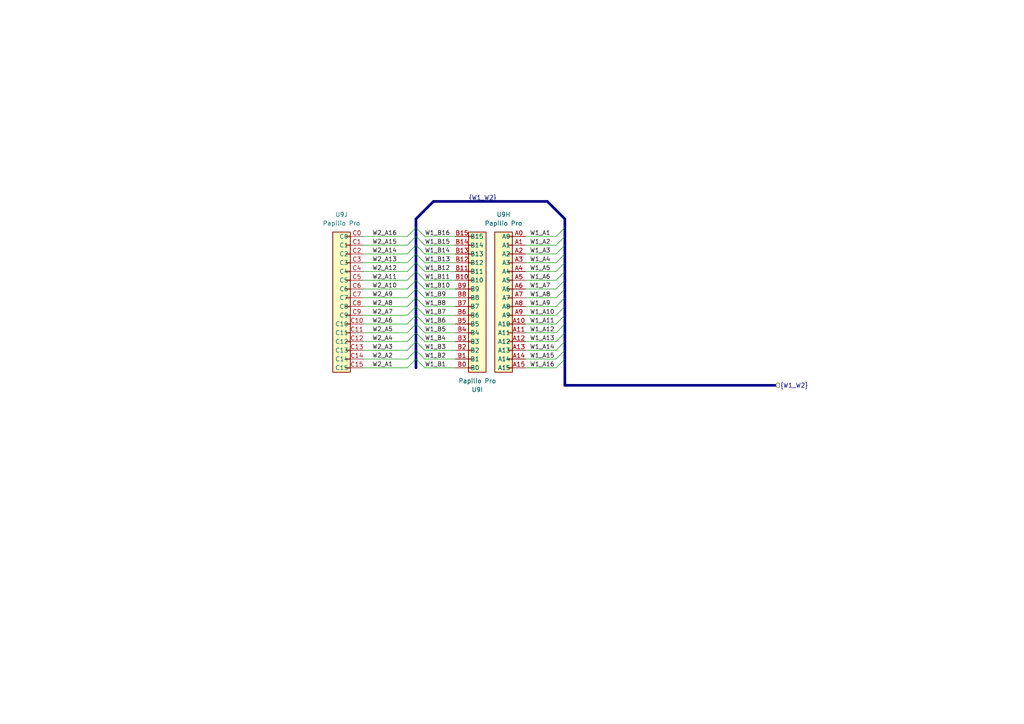
<source format=kicad_sch>
(kicad_sch (version 20230121) (generator eeschema)
  (paper "A4")
  (lib_symbols
    (symbol "Papilio_Pro:Papilio_Pro" (in_bom no)
      (property "Reference" "U" (at -1.27 21.59 0))
      (property "Value" "Papilio Pro" (at -1.27 -21.59 0))
      (symbol "Papilio_Pro_1_1"
        (rectangle (start -3.81 5.08) (end 1.27 -5.08) (stroke (width 0.254)) (fill (type background)))
        (rectangle (start 0 -3.937) (end 1.27 -3.683) (stroke (width 0.1524)))
        (rectangle (start 0 -1.397) (end 1.27 -1.143) (stroke (width 0.1524)))
        (rectangle (start 0 1.143) (end 1.27 1.397) (stroke (width 0.1524)))
        (rectangle (start 0 3.683) (end 1.27 3.937) (stroke (width 0.1524)))
        (pin passive line (at 5.08 3.81 180) (length 3.81) (name "GND") (number "1"))
        (pin passive line (at 5.08 1.27 180) (length 3.81) (name "2V5") (number "2"))
        (pin passive line (at 5.08 -1.27 180) (length 3.81) (name "3V3") (number "3"))
        (pin passive line (at 5.08 -3.81 180) (length 3.81) (name "Vin") (number "4"))
      )
      (symbol "Papilio_Pro_2_1"
        (rectangle (start -3.81 5.08) (end 1.27 -5.08) (stroke (width 0.254)) (fill (type background)))
        (rectangle (start 0 -3.937) (end 1.27 -3.683) (stroke (width 0.1524)))
        (rectangle (start 0 -1.397) (end 1.27 -1.143) (stroke (width 0.1524)))
        (rectangle (start 0 1.143) (end 1.27 1.397) (stroke (width 0.1524)))
        (rectangle (start 0 3.683) (end 1.27 3.937) (stroke (width 0.1524)))
        (pin passive line (at 5.08 3.81 180) (length 3.81) (name "GND") (number "11"))
        (pin passive line (at 5.08 1.27 180) (length 3.81) (name "2V5") (number "12"))
        (pin passive line (at 5.08 -1.27 180) (length 3.81) (name "3V3") (number "13"))
        (pin passive line (at 5.08 -3.81 180) (length 3.81) (name "Vin") (number "14"))
      )
      (symbol "Papilio_Pro_3_1"
        (rectangle (start -3.81 5.08) (end 1.27 -5.08) (stroke (width 0.254)) (fill (type background)))
        (rectangle (start 0 -3.937) (end 1.27 -3.683) (stroke (width 0.1524)))
        (rectangle (start 0 -1.397) (end 1.27 -1.143) (stroke (width 0.1524)))
        (rectangle (start 0 1.143) (end 1.27 1.397) (stroke (width 0.1524)))
        (rectangle (start 0 3.683) (end 1.27 3.937) (stroke (width 0.1524)))
        (pin passive line (at 5.08 3.81 180) (length 3.81) (name "GND") (number "21"))
        (pin passive line (at 5.08 1.27 180) (length 3.81) (name "2V5") (number "22"))
        (pin passive line (at 5.08 -1.27 180) (length 3.81) (name "3V3") (number "23"))
        (pin passive line (at 5.08 -3.81 180) (length 3.81) (name "Vin") (number "24"))
      )
      (symbol "Papilio_Pro_4_1"
        (rectangle (start -3.81 5.08) (end 1.27 -5.08) (stroke (width 0.254)) (fill (type background)))
        (rectangle (start 0 -3.937) (end 1.27 -3.683) (stroke (width 0.1524)))
        (rectangle (start 0 -1.397) (end 1.27 -1.143) (stroke (width 0.1524)))
        (rectangle (start 0 1.143) (end 1.27 1.397) (stroke (width 0.1524)))
        (rectangle (start 0 3.683) (end 1.27 3.937) (stroke (width 0.1524)))
        (pin passive line (at 5.08 3.81 180) (length 3.81) (name "GND") (number "31"))
        (pin passive line (at 5.08 1.27 180) (length 3.81) (name "2V5") (number "32"))
        (pin passive line (at 5.08 -1.27 180) (length 3.81) (name "3V3") (number "33"))
        (pin passive line (at 5.08 -3.81 180) (length 3.81) (name "Vin") (number "34"))
      )
      (symbol "Papilio_Pro_5_1"
        (rectangle (start -3.81 5.08) (end 1.27 -5.08) (stroke (width 0.254)) (fill (type background)))
        (rectangle (start 0 -3.937) (end 1.27 -3.683) (stroke (width 0.1524)))
        (rectangle (start 0 -1.397) (end 1.27 -1.143) (stroke (width 0.1524)))
        (rectangle (start 0 1.143) (end 1.27 1.397) (stroke (width 0.1524)))
        (rectangle (start 0 3.683) (end 1.27 3.937) (stroke (width 0.1524)))
        (pin passive line (at 5.08 3.81 180) (length 3.81) (name "GND") (number "41"))
        (pin passive line (at 5.08 1.27 180) (length 3.81) (name "2V5") (number "42"))
        (pin passive line (at 5.08 -1.27 180) (length 3.81) (name "3V3") (number "43"))
        (pin passive line (at 5.08 -3.81 180) (length 3.81) (name "Vin") (number "44"))
      )
      (symbol "Papilio_Pro_6_1"
        (rectangle (start -3.81 5.08) (end 1.27 -5.08) (stroke (width 0.254)) (fill (type background)))
        (rectangle (start 0 -3.937) (end 1.27 -3.683) (stroke (width 0.1524)))
        (rectangle (start 0 -1.397) (end 1.27 -1.143) (stroke (width 0.1524)))
        (rectangle (start 0 1.143) (end 1.27 1.397) (stroke (width 0.1524)))
        (rectangle (start 0 3.683) (end 1.27 3.937) (stroke (width 0.1524)))
        (pin passive line (at 5.08 3.81 180) (length 3.81) (name "GND") (number "51"))
        (pin passive line (at 5.08 1.27 180) (length 3.81) (name "2V5") (number "52"))
        (pin passive line (at 5.08 -1.27 180) (length 3.81) (name "3V3") (number "53"))
        (pin passive line (at 5.08 -3.81 180) (length 3.81) (name "Vin") (number "54"))
      )
      (symbol "Papilio_Pro_7_1"
        (rectangle (start -8.89 7.62) (end 1.27 -7.62) (stroke (width 0.254)) (fill (type background)))
        (pin passive line (at 5.08 6.35 180) (length 3.81) (name "JTAG_REF") (number "J1"))
        (pin passive line (at 5.08 3.81 180) (length 3.81) (name "JTAG_GND") (number "J2"))
        (pin passive line (at 5.08 1.27 180) (length 3.81) (name "JTAG_TCK") (number "J3"))
        (pin passive line (at 5.08 -1.27 180) (length 3.81) (name "JTAG_TDO") (number "J4"))
        (pin passive line (at 5.08 -3.81 180) (length 3.81) (name "JTAG_TDI") (number "J5"))
        (pin passive line (at 5.08 -6.35 180) (length 3.81) (name "JTAG_TMS") (number "J6"))
      )
      (symbol "Papilio_Pro_8_1"
        (rectangle (start -3.81 20.32) (end 1.27 -20.32) (stroke (width 0.254)) (fill (type background)))
        (rectangle (start 0 -19.177) (end 1.27 -18.923) (stroke (width 0.1524)))
        (rectangle (start 0 -16.637) (end 1.27 -16.383) (stroke (width 0.1524)))
        (rectangle (start 0 -14.097) (end 1.27 -13.843) (stroke (width 0.1524)))
        (rectangle (start 0 -11.557) (end 1.27 -11.303) (stroke (width 0.1524)))
        (rectangle (start 0 -9.017) (end 1.27 -8.763) (stroke (width 0.1524)))
        (rectangle (start 0 -6.477) (end 1.27 -6.223) (stroke (width 0.1524)))
        (rectangle (start 0 -3.937) (end 1.27 -3.683) (stroke (width 0.1524)))
        (rectangle (start 0 -1.397) (end 1.27 -1.143) (stroke (width 0.1524)))
        (rectangle (start 0 1.143) (end 1.27 1.397) (stroke (width 0.1524)))
        (rectangle (start 0 3.683) (end 1.27 3.937) (stroke (width 0.1524)))
        (rectangle (start 0 6.223) (end 1.27 6.477) (stroke (width 0.1524)))
        (rectangle (start 0 8.763) (end 1.27 9.017) (stroke (width 0.1524)))
        (rectangle (start 0 11.303) (end 1.27 11.557) (stroke (width 0.1524)))
        (rectangle (start 0 13.843) (end 1.27 14.097) (stroke (width 0.1524)))
        (rectangle (start 0 16.383) (end 1.27 16.637) (stroke (width 0.1524)))
        (rectangle (start 0 18.923) (end 1.27 19.177) (stroke (width 0.1524)))
        (pin bidirectional line (at 5.08 19.05 180) (length 3.81) (name "A0") (number "A0"))
        (pin bidirectional line (at 5.08 16.51 180) (length 3.81) (name "A1") (number "A1"))
        (pin bidirectional line (at 5.08 -6.35 180) (length 3.81) (name "A10") (number "A10"))
        (pin bidirectional line (at 5.08 -8.89 180) (length 3.81) (name "A11") (number "A11"))
        (pin bidirectional line (at 5.08 -11.43 180) (length 3.81) (name "A12") (number "A12"))
        (pin bidirectional line (at 5.08 -13.97 180) (length 3.81) (name "A13") (number "A13"))
        (pin bidirectional line (at 5.08 -16.51 180) (length 3.81) (name "A14") (number "A14"))
        (pin bidirectional line (at 5.08 -19.05 180) (length 3.81) (name "A15") (number "A15"))
        (pin bidirectional line (at 5.08 13.97 180) (length 3.81) (name "A2") (number "A2"))
        (pin bidirectional line (at 5.08 11.43 180) (length 3.81) (name "A3") (number "A3"))
        (pin bidirectional line (at 5.08 8.89 180) (length 3.81) (name "A4") (number "A4"))
        (pin bidirectional line (at 5.08 6.35 180) (length 3.81) (name "A5") (number "A5"))
        (pin bidirectional line (at 5.08 3.81 180) (length 3.81) (name "A6") (number "A6"))
        (pin bidirectional line (at 5.08 1.27 180) (length 3.81) (name "A7") (number "A7"))
        (pin bidirectional line (at 5.08 -1.27 180) (length 3.81) (name "A8") (number "A8"))
        (pin bidirectional line (at 5.08 -3.81 180) (length 3.81) (name "A9") (number "A9"))
      )
      (symbol "Papilio_Pro_9_1"
        (rectangle (start -3.81 20.32) (end 1.27 -20.32) (stroke (width 0.254)) (fill (type background)))
        (rectangle (start 0 -19.177) (end 1.27 -18.923) (stroke (width 0.1524)))
        (rectangle (start 0 -16.637) (end 1.27 -16.383) (stroke (width 0.1524)))
        (rectangle (start 0 -14.097) (end 1.27 -13.843) (stroke (width 0.1524)))
        (rectangle (start 0 -11.557) (end 1.27 -11.303) (stroke (width 0.1524)))
        (rectangle (start 0 -9.017) (end 1.27 -8.763) (stroke (width 0.1524)))
        (rectangle (start 0 -6.477) (end 1.27 -6.223) (stroke (width 0.1524)))
        (rectangle (start 0 -3.937) (end 1.27 -3.683) (stroke (width 0.1524)))
        (rectangle (start 0 -1.397) (end 1.27 -1.143) (stroke (width 0.1524)))
        (rectangle (start 0 1.143) (end 1.27 1.397) (stroke (width 0.1524)))
        (rectangle (start 0 3.683) (end 1.27 3.937) (stroke (width 0.1524)))
        (rectangle (start 0 6.223) (end 1.27 6.477) (stroke (width 0.1524)))
        (rectangle (start 0 8.763) (end 1.27 9.017) (stroke (width 0.1524)))
        (rectangle (start 0 11.303) (end 1.27 11.557) (stroke (width 0.1524)))
        (rectangle (start 0 13.843) (end 1.27 14.097) (stroke (width 0.1524)))
        (rectangle (start 0 16.383) (end 1.27 16.637) (stroke (width 0.1524)))
        (rectangle (start 0 18.923) (end 1.27 19.177) (stroke (width 0.1524)))
        (pin bidirectional line (at 5.08 19.05 180) (length 3.81) (name "B0") (number "B0"))
        (pin bidirectional line (at 5.08 16.51 180) (length 3.81) (name "B1") (number "B1"))
        (pin bidirectional line (at 5.08 -6.35 180) (length 3.81) (name "B10") (number "B10"))
        (pin bidirectional line (at 5.08 -8.89 180) (length 3.81) (name "B11") (number "B11"))
        (pin bidirectional line (at 5.08 -11.43 180) (length 3.81) (name "B12") (number "B12"))
        (pin bidirectional line (at 5.08 -13.97 180) (length 3.81) (name "B13") (number "B13"))
        (pin bidirectional line (at 5.08 -16.51 180) (length 3.81) (name "B14") (number "B14"))
        (pin bidirectional line (at 5.08 -19.05 180) (length 3.81) (name "B15") (number "B15"))
        (pin bidirectional line (at 5.08 13.97 180) (length 3.81) (name "B2") (number "B2"))
        (pin bidirectional line (at 5.08 11.43 180) (length 3.81) (name "B3") (number "B3"))
        (pin bidirectional line (at 5.08 8.89 180) (length 3.81) (name "B4") (number "B4"))
        (pin bidirectional line (at 5.08 6.35 180) (length 3.81) (name "B5") (number "B5"))
        (pin bidirectional line (at 5.08 3.81 180) (length 3.81) (name "B6") (number "B6"))
        (pin bidirectional line (at 5.08 1.27 180) (length 3.81) (name "B7") (number "B7"))
        (pin bidirectional line (at 5.08 -1.27 180) (length 3.81) (name "B8") (number "B8"))
        (pin bidirectional line (at 5.08 -3.81 180) (length 3.81) (name "B9") (number "B9"))
      )
      (symbol "Papilio_Pro_10_1"
        (rectangle (start -3.81 20.32) (end 1.27 -20.32) (stroke (width 0.254)) (fill (type background)))
        (rectangle (start 0 -19.177) (end 1.27 -18.923) (stroke (width 0.1524)))
        (rectangle (start 0 -16.637) (end 1.27 -16.383) (stroke (width 0.1524)))
        (rectangle (start 0 -14.097) (end 1.27 -13.843) (stroke (width 0.1524)))
        (rectangle (start 0 -11.557) (end 1.27 -11.303) (stroke (width 0.1524)))
        (rectangle (start 0 -9.017) (end 1.27 -8.763) (stroke (width 0.1524)))
        (rectangle (start 0 -6.477) (end 1.27 -6.223) (stroke (width 0.1524)))
        (rectangle (start 0 -3.937) (end 1.27 -3.683) (stroke (width 0.1524)))
        (rectangle (start 0 -1.397) (end 1.27 -1.143) (stroke (width 0.1524)))
        (rectangle (start 0 1.143) (end 1.27 1.397) (stroke (width 0.1524)))
        (rectangle (start 0 3.683) (end 1.27 3.937) (stroke (width 0.1524)))
        (rectangle (start 0 6.223) (end 1.27 6.477) (stroke (width 0.1524)))
        (rectangle (start 0 8.763) (end 1.27 9.017) (stroke (width 0.1524)))
        (rectangle (start 0 11.303) (end 1.27 11.557) (stroke (width 0.1524)))
        (rectangle (start 0 13.843) (end 1.27 14.097) (stroke (width 0.1524)))
        (rectangle (start 0 16.383) (end 1.27 16.637) (stroke (width 0.1524)))
        (rectangle (start 0 18.923) (end 1.27 19.177) (stroke (width 0.1524)))
        (pin bidirectional line (at 5.08 19.05 180) (length 3.81) (name "C0") (number "C0"))
        (pin bidirectional line (at 5.08 16.51 180) (length 3.81) (name "C1") (number "C1"))
        (pin bidirectional line (at 5.08 -6.35 180) (length 3.81) (name "C10") (number "C10"))
        (pin bidirectional line (at 5.08 -8.89 180) (length 3.81) (name "C11") (number "C11"))
        (pin bidirectional line (at 5.08 -11.43 180) (length 3.81) (name "C12") (number "C12"))
        (pin bidirectional line (at 5.08 -13.97 180) (length 3.81) (name "C13") (number "C13"))
        (pin bidirectional line (at 5.08 -16.51 180) (length 3.81) (name "C14") (number "C14"))
        (pin bidirectional line (at 5.08 -19.05 180) (length 3.81) (name "C15") (number "C15"))
        (pin bidirectional line (at 5.08 13.97 180) (length 3.81) (name "C2") (number "C2"))
        (pin bidirectional line (at 5.08 11.43 180) (length 3.81) (name "C3") (number "C3"))
        (pin bidirectional line (at 5.08 8.89 180) (length 3.81) (name "C4") (number "C4"))
        (pin bidirectional line (at 5.08 6.35 180) (length 3.81) (name "C5") (number "C5"))
        (pin bidirectional line (at 5.08 3.81 180) (length 3.81) (name "C6") (number "C6"))
        (pin bidirectional line (at 5.08 1.27 180) (length 3.81) (name "C7") (number "C7"))
        (pin bidirectional line (at 5.08 -1.27 180) (length 3.81) (name "C8") (number "C8"))
        (pin bidirectional line (at 5.08 -3.81 180) (length 3.81) (name "C9") (number "C9"))
      )
    )
  )
  (bus_entry (at 118.11 93.98) (size 2.54 -2.54))
  (bus_entry (at 123.19 76.2) (size -2.54 -2.54))
  (bus_entry (at 118.11 106.68) (size 2.54 -2.54))
  (bus_entry (at 123.19 88.9) (size -2.54 -2.54))
  (bus_entry (at 123.19 99.06) (size -2.54 -2.54))
  (bus_entry (at 118.11 81.28) (size 2.54 -2.54))
  (bus_entry (at 118.11 91.44) (size 2.54 -2.54))
  (bus_entry (at 161.29 73.66) (size 2.54 -2.54))
  (bus_entry (at 161.29 91.44) (size 2.54 -2.54))
  (bus_entry (at 123.19 101.6) (size -2.54 -2.54))
  (bus_entry (at 123.19 106.68) (size -2.54 -2.54))
  (bus_entry (at 118.11 99.06) (size 2.54 -2.54))
  (bus_entry (at 123.19 73.66) (size -2.54 -2.54))
  (bus_entry (at 123.19 91.44) (size -2.54 -2.54))
  (bus_entry (at 123.19 83.82) (size -2.54 -2.54))
  (bus_entry (at 161.29 71.12) (size 2.54 -2.54))
  (bus_entry (at 123.19 81.28) (size -2.54 -2.54))
  (bus_entry (at 123.19 93.98) (size -2.54 -2.54))
  (bus_entry (at 118.11 104.14) (size 2.54 -2.54))
  (bus_entry (at 161.29 83.82) (size 2.54 -2.54))
  (bus_entry (at 118.11 101.6) (size 2.54 -2.54))
  (bus_entry (at 161.29 78.74) (size 2.54 -2.54))
  (bus_entry (at 161.29 99.06) (size 2.54 -2.54))
  (bus_entry (at 123.19 68.58) (size -2.54 -2.54))
  (bus_entry (at 123.19 96.52) (size -2.54 -2.54))
  (bus_entry (at 161.29 96.52) (size 2.54 -2.54))
  (bus_entry (at 118.11 96.52) (size 2.54 -2.54))
  (bus_entry (at 161.29 76.2) (size 2.54 -2.54))
  (bus_entry (at 161.29 81.28) (size 2.54 -2.54))
  (bus_entry (at 118.11 71.12) (size 2.54 -2.54))
  (bus_entry (at 123.19 104.14) (size -2.54 -2.54))
  (bus_entry (at 123.19 71.12) (size -2.54 -2.54))
  (bus_entry (at 118.11 88.9) (size 2.54 -2.54))
  (bus_entry (at 123.19 86.36) (size -2.54 -2.54))
  (bus_entry (at 161.29 106.68) (size 2.54 -2.54))
  (bus_entry (at 118.11 86.36) (size 2.54 -2.54))
  (bus_entry (at 118.11 76.2) (size 2.54 -2.54))
  (bus_entry (at 161.29 101.6) (size 2.54 -2.54))
  (bus_entry (at 118.11 78.74) (size 2.54 -2.54))
  (bus_entry (at 118.11 83.82) (size 2.54 -2.54))
  (bus_entry (at 161.29 104.14) (size 2.54 -2.54))
  (bus_entry (at 123.19 78.74) (size -2.54 -2.54))
  (bus_entry (at 161.29 93.98) (size 2.54 -2.54))
  (bus_entry (at 118.11 68.58) (size 2.54 -2.54))
  (bus_entry (at 118.11 73.66) (size 2.54 -2.54))
  (bus_entry (at 161.29 68.58) (size 2.54 -2.54))
  (bus_entry (at 161.29 86.36) (size 2.54 -2.54))
  (bus_entry (at 161.29 88.9) (size 2.54 -2.54))
  (wire (pts (xy 152.4 78.74) (xy 161.29 78.74)) (stroke (width 0.1524)))
  (bus (pts (xy 163.83 93.98) (xy 163.83 96.52)) (stroke (width 0.762)))
  (wire (pts (xy 152.4 88.9) (xy 161.29 88.9)) (stroke (width 0.1524)))
  (bus (pts (xy 120.65 104.14) (xy 120.65 106.68)) (stroke (width 0.762)))
  (wire (pts (xy 152.4 91.44) (xy 161.29 91.44)) (stroke (width 0.1524)))
  (bus (pts (xy 120.65 101.6) (xy 120.65 104.14)) (stroke (width 0.762)))
  (bus (pts (xy 125.73 58.42) (xy 158.75 58.42)) (stroke (width 0.762)))
  (wire (pts (xy 152.4 106.68) (xy 161.29 106.68)) (stroke (width 0.1524)))
  (bus (pts (xy 163.83 86.36) (xy 163.83 88.9)) (stroke (width 0.762)))
  (wire (pts (xy 152.4 93.98) (xy 161.29 93.98)) (stroke (width 0.1524)))
  (wire (pts (xy 152.4 73.66) (xy 161.29 73.66)) (stroke (width 0.1524)))
  (wire (pts (xy 105.41 71.12) (xy 118.11 71.12)) (stroke (width 0.1524)))
  (wire (pts (xy 105.41 99.06) (xy 118.11 99.06)) (stroke (width 0.1524)))
  (wire (pts (xy 123.19 68.58) (xy 132.08 68.58)) (stroke (width 0.1524)))
  (wire (pts (xy 152.4 101.6) (xy 161.29 101.6)) (stroke (width 0.1524)))
  (bus (pts (xy 120.65 81.28) (xy 120.65 83.82)) (stroke (width 0.762)))
  (bus (pts (xy 120.65 93.98) (xy 120.65 96.52)) (stroke (width 0.762)))
  (bus (pts (xy 163.83 101.6) (xy 163.83 104.14)) (stroke (width 0.762)))
  (wire (pts (xy 152.4 71.12) (xy 161.29 71.12)) (stroke (width 0.1524)))
  (wire (pts (xy 123.19 96.52) (xy 132.08 96.52)) (stroke (width 0.1524)))
  (bus (pts (xy 120.65 63.5) (xy 125.73 58.42)) (stroke (width 0.762)))
  (wire (pts (xy 123.19 86.36) (xy 132.08 86.36)) (stroke (width 0.1524)))
  (wire (pts (xy 105.41 88.9) (xy 118.11 88.9)) (stroke (width 0.1524)))
  (bus (pts (xy 120.65 71.12) (xy 120.65 73.66)) (stroke (width 0.762)))
  (wire (pts (xy 123.19 91.44) (xy 132.08 91.44)) (stroke (width 0.1524)))
  (wire (pts (xy 152.4 99.06) (xy 161.29 99.06)) (stroke (width 0.1524)))
  (wire (pts (xy 123.19 76.2) (xy 132.08 76.2)) (stroke (width 0.1524)))
  (wire (pts (xy 152.4 83.82) (xy 161.29 83.82)) (stroke (width 0.1524)))
  (wire (pts (xy 105.41 83.82) (xy 118.11 83.82)) (stroke (width 0.1524)))
  (wire (pts (xy 152.4 81.28) (xy 161.29 81.28)) (stroke (width 0.1524)))
  (wire (pts (xy 105.41 68.58) (xy 118.11 68.58)) (stroke (width 0.1524)))
  (bus (pts (xy 163.83 68.58) (xy 163.83 71.12)) (stroke (width 0.762)))
  (wire (pts (xy 105.41 101.6) (xy 118.11 101.6)) (stroke (width 0.1524)))
  (bus (pts (xy 163.83 66.04) (xy 163.83 68.58)) (stroke (width 0.762)))
  (bus (pts (xy 163.83 63.5) (xy 163.83 66.04)) (stroke (width 0.762)))
  (wire (pts (xy 123.19 99.06) (xy 132.08 99.06)) (stroke (width 0.1524)))
  (wire (pts (xy 105.41 76.2) (xy 118.11 76.2)) (stroke (width 0.1524)))
  (bus (pts (xy 163.83 76.2) (xy 163.83 78.74)) (stroke (width 0.762)))
  (wire (pts (xy 123.19 101.6) (xy 132.08 101.6)) (stroke (width 0.1524)))
  (wire (pts (xy 152.4 96.52) (xy 161.29 96.52)) (stroke (width 0.1524)))
  (bus (pts (xy 120.65 73.66) (xy 120.65 76.2)) (stroke (width 0.762)))
  (bus (pts (xy 163.83 111.76) (xy 224.79 111.76)) (stroke (width 0.762)))
  (wire (pts (xy 105.41 104.14) (xy 118.11 104.14)) (stroke (width 0.1524)))
  (bus (pts (xy 163.83 96.52) (xy 163.83 99.06)) (stroke (width 0.762)))
  (bus (pts (xy 120.65 91.44) (xy 120.65 93.98)) (stroke (width 0.762)))
  (bus (pts (xy 163.83 99.06) (xy 163.83 101.6)) (stroke (width 0.762)))
  (bus (pts (xy 163.83 88.9) (xy 163.83 91.44)) (stroke (width 0.762)))
  (bus (pts (xy 120.65 86.36) (xy 120.65 88.9)) (stroke (width 0.762)))
  (wire (pts (xy 105.41 96.52) (xy 118.11 96.52)) (stroke (width 0.1524)))
  (wire (pts (xy 152.4 76.2) (xy 161.29 76.2)) (stroke (width 0.1524)))
  (wire (pts (xy 105.41 86.36) (xy 118.11 86.36)) (stroke (width 0.1524)))
  (wire (pts (xy 152.4 86.36) (xy 161.29 86.36)) (stroke (width 0.1524)))
  (bus (pts (xy 120.65 99.06) (xy 120.65 101.6)) (stroke (width 0.762)))
  (bus (pts (xy 163.83 104.14) (xy 163.83 111.76)) (stroke (width 0.762)))
  (bus (pts (xy 163.83 81.28) (xy 163.83 83.82)) (stroke (width 0.762)))
  (bus (pts (xy 120.65 66.04) (xy 120.65 68.58)) (stroke (width 0.762)))
  (bus (pts (xy 120.65 88.9) (xy 120.65 91.44)) (stroke (width 0.762)))
  (wire (pts (xy 105.41 78.74) (xy 118.11 78.74)) (stroke (width 0.1524)))
  (wire (pts (xy 123.19 104.14) (xy 132.08 104.14)) (stroke (width 0.1524)))
  (wire (pts (xy 105.41 93.98) (xy 118.11 93.98)) (stroke (width 0.1524)))
  (wire (pts (xy 123.19 106.68) (xy 132.08 106.68)) (stroke (width 0.1524)))
  (wire (pts (xy 123.19 93.98) (xy 132.08 93.98)) (stroke (width 0.1524)))
  (bus (pts (xy 120.65 76.2) (xy 120.65 78.74)) (stroke (width 0.762)))
  (wire (pts (xy 123.19 81.28) (xy 132.08 81.28)) (stroke (width 0.1524)))
  (wire (pts (xy 105.41 73.66) (xy 118.11 73.66)) (stroke (width 0.1524)))
  (bus (pts (xy 120.65 83.82) (xy 120.65 86.36)) (stroke (width 0.762)))
  (wire (pts (xy 123.19 71.12) (xy 132.08 71.12)) (stroke (width 0.1524)))
  (wire (pts (xy 123.19 73.66) (xy 132.08 73.66)) (stroke (width 0.1524)))
  (wire (pts (xy 123.19 78.74) (xy 132.08 78.74)) (stroke (width 0.1524)))
  (wire (pts (xy 123.19 88.9) (xy 132.08 88.9)) (stroke (width 0.1524)))
  (wire (pts (xy 105.41 81.28) (xy 118.11 81.28)) (stroke (width 0.1524)))
  (bus (pts (xy 163.83 73.66) (xy 163.83 76.2)) (stroke (width 0.762)))
  (bus (pts (xy 120.65 96.52) (xy 120.65 99.06)) (stroke (width 0.762)))
  (bus (pts (xy 158.75 58.42) (xy 163.83 63.5)) (stroke (width 0.762)))
  (bus (pts (xy 163.83 71.12) (xy 163.83 73.66)) (stroke (width 0.762)))
  (bus (pts (xy 120.65 78.74) (xy 120.65 81.28)) (stroke (width 0.762)))
  (wire (pts (xy 152.4 104.14) (xy 161.29 104.14)) (stroke (width 0.1524)))
  (wire (pts (xy 152.4 68.58) (xy 161.29 68.58)) (stroke (width 0.1524)))
  (wire (pts (xy 105.41 106.68) (xy 118.11 106.68)) (stroke (width 0.1524)))
  (wire (pts (xy 123.19 83.82) (xy 132.08 83.82)) (stroke (width 0.1524)))
  (bus (pts (xy 163.83 78.74) (xy 163.83 81.28)) (stroke (width 0.762)))
  (wire (pts (xy 105.41 91.44) (xy 118.11 91.44)) (stroke (width 0.1524)))
  (bus (pts (xy 163.83 91.44) (xy 163.83 93.98)) (stroke (width 0.762)))
  (bus (pts (xy 120.65 63.5) (xy 120.65 66.04)) (stroke (width 0.762)))
  (bus (pts (xy 120.65 68.58) (xy 120.65 71.12)) (stroke (width 0.762)))
  (bus (pts (xy 163.83 83.82) (xy 163.83 86.36)) (stroke (width 0.762)))
  (label "W1_B5" (at 123.19 96.52 0) (effects (font (size 1.2446 1.2446))))
  (label "W2_A11" (at 107.95 81.28 0) (effects (font (size 1.2446 1.2446))))
  (label "W1_B15" (at 123.19 71.12 0) (effects (font (size 1.2446 1.2446))))
  (label "W1_B2" (at 123.19 104.14 0) (effects (font (size 1.2446 1.2446))))
  (label "W2_A7" (at 107.95 91.44 0) (effects (font (size 1.2446 1.2446))))
  (label "W1_A11" (at 153.67 93.98 0) (effects (font (size 1.2446 1.2446))))
  (label "W1_A3" (at 153.67 73.66 0) (effects (font (size 1.2446 1.2446))))
  (label "W1_B14" (at 123.19 73.66 0) (effects (font (size 1.2446 1.2446))))
  (label "W1_A6" (at 153.67 81.28 0) (effects (font (size 1.2446 1.2446))))
  (label "W1_A2" (at 153.67 71.12 0) (effects (font (size 1.2446 1.2446))))
  (label "W2_A16" (at 107.95 68.58 0) (effects (font (size 1.2446 1.2446))))
  (label "W2_A5" (at 107.95 96.52 0) (effects (font (size 1.2446 1.2446))))
  (label "W1_B7" (at 123.19 91.44 0) (effects (font (size 1.2446 1.2446))))
  (label "{W1_W2}" (at 135.89 58.42 0))
  (label "W1_A1" (at 153.67 68.58 0) (effects (font (size 1.2446 1.2446))))
  (label "W1_A16" (at 153.67 106.68 0) (effects (font (size 1.2446 1.2446))))
  (label "W1_B16" (at 123.19 68.58 0) (effects (font (size 1.2446 1.2446))))
  (label "W1_A15" (at 153.67 104.14 0) (effects (font (size 1.2446 1.2446))))
  (label "W2_A8" (at 107.95 88.9 0) (effects (font (size 1.2446 1.2446))))
  (label "W2_A10" (at 107.95 83.82 0) (effects (font (size 1.2446 1.2446))))
  (label "W1_B9" (at 123.19 86.36 0) (effects (font (size 1.2446 1.2446))))
  (label "W1_A10" (at 153.67 91.44 0) (effects (font (size 1.2446 1.2446))))
  (label "W1_B8" (at 123.19 88.9 0) (effects (font (size 1.2446 1.2446))))
  (label "W2_A15" (at 107.95 71.12 0) (effects (font (size 1.2446 1.2446))))
  (label "W1_B1" (at 123.19 106.68 0) (effects (font (size 1.2446 1.2446))))
  (label "W1_B6" (at 123.19 93.98 0) (effects (font (size 1.2446 1.2446))))
  (label "W2_A6" (at 107.95 93.98 0) (effects (font (size 1.2446 1.2446))))
  (label "W1_A5" (at 153.67 78.74 0) (effects (font (size 1.2446 1.2446))))
  (label "W2_A14" (at 107.95 73.66 0) (effects (font (size 1.2446 1.2446))))
  (label "W1_A8" (at 153.67 86.36 0) (effects (font (size 1.2446 1.2446))))
  (label "W2_A12" (at 107.95 78.74 0) (effects (font (size 1.2446 1.2446))))
  (label "W1_A9" (at 153.67 88.9 0) (effects (font (size 1.2446 1.2446))))
  (label "W2_A9" (at 107.95 86.36 0) (effects (font (size 1.2446 1.2446))))
  (label "W1_A7" (at 153.67 83.82 0) (effects (font (size 1.2446 1.2446))))
  (label "W1_A4" (at 153.67 76.2 0) (effects (font (size 1.2446 1.2446))))
  (label "W1_A13" (at 153.67 99.06 0) (effects (font (size 1.2446 1.2446))))
  (label "W2_A4" (at 107.95 99.06 0) (effects (font (size 1.2446 1.2446))))
  (label "W1_B12" (at 123.19 78.74 0) (effects (font (size 1.2446 1.2446))))
  (label "W1_A12" (at 153.67 96.52 0) (effects (font (size 1.2446 1.2446))))
  (label "W1_B4" (at 123.19 99.06 0) (effects (font (size 1.2446 1.2446))))
  (label "W2_A2" (at 107.95 104.14 0) (effects (font (size 1.2446 1.2446))))
  (label "W2_A13" (at 107.95 76.2 0) (effects (font (size 1.2446 1.2446))))
  (label "W1_B13" (at 123.19 76.2 0) (effects (font (size 1.2446 1.2446))))
  (label "W2_A1" (at 107.95 106.68 0) (effects (font (size 1.2446 1.2446))))
  (label "W1_A14" (at 153.67 101.6 0) (effects (font (size 1.2446 1.2446))))
  (label "W1_B3" (at 123.19 101.6 0) (effects (font (size 1.2446 1.2446))))
  (label "W1_B10" (at 123.19 83.82 0) (effects (font (size 1.2446 1.2446))))
  (label "W2_A3" (at 107.95 101.6 0) (effects (font (size 1.2446 1.2446))))
  (label "W1_B11" (at 123.19 81.28 0) (effects (font (size 1.2446 1.2446))))
  (hierarchical_label "{W1_W2}" (shape input) (at 224.79 111.76 0))
  (symbol (lib_id "Papilio_Pro:Papilio_Pro") (at 137.16 87.63 180) (unit 9)
    (property "Reference" "U9" (at 138.43 113.03 0))
    (property "Value" "Papilio Pro" (at 138.43 110.49 0))
    (property "Footprint" "papilo_pro:COCOON_48BIT" (effects hide))
    (property "Sim.Enable" "0" (effects hide))
    (instances (project "papilio_pro_MKIV" (path "" (reference "U9") (unit 9)) (path "" (reference "U1") (unit 9))))
  )
  (symbol (lib_id "Papilio_Pro:Papilio_Pro") (at 147.32 87.63 0) (unit 8)
    (property "Reference" "U9" (at 146.05 62.23 0))
    (property "Value" "Papilio Pro" (at 146.05 64.77 0))
    (property "Footprint" "papilo_pro:COCOON_48BIT" (effects hide))
    (property "Sim.Enable" "0" (effects hide))
    (instances (project "papilio_pro_MKIV" (path "" (reference "U9") (unit 8)) (path "" (reference "U1") (unit 8))))
  )
  (symbol (lib_id "Papilio_Pro:Papilio_Pro") (at 100.33 87.63 0) (unit 10)
    (property "Reference" "U9" (at 99.06 62.23 0))
    (property "Value" "Papilio Pro" (at 99.06 64.77 0))
    (property "Footprint" "papilo_pro:COCOON_48BIT" (effects hide))
    (property "Sim.Enable" "0" (effects hide))
    (instances (project "papilio_pro_MKIV" (path "" (reference "U9") (unit 10)) (path "" (reference "U1") (unit 10))))
  )
)
</source>
